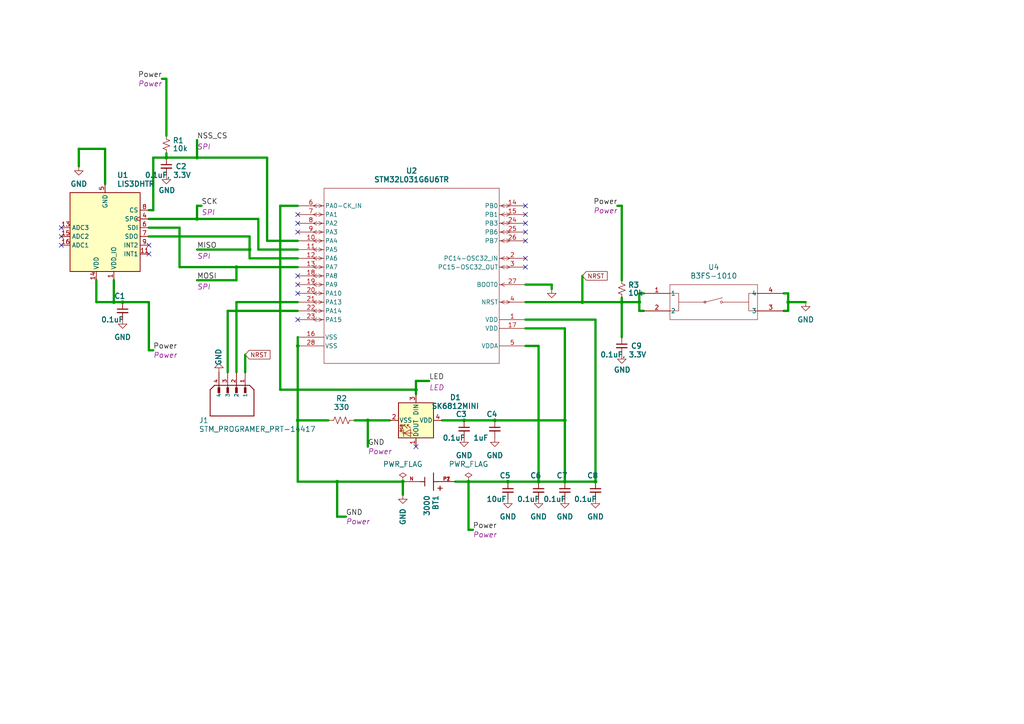
<source format=kicad_sch>
(kicad_sch (version 20250114) (generator "eeschema") (generator_version "9.0")
  (paper "A4")
  (title_block (title "Smart Fragrance") (date "2025-07-11") (rev "Rev 1") (company "N-Well Labs\n\n"))
  (lib_symbols
    (symbol "Device:C_Small" (pin_numbers (hide yes)) (pin_names (offset 0.254) (hide yes))
      (property "Reference" "C" (at 0.254 1.778 0))
      (property "Value" "C_Small" (at 0.254 -2.032 0))
      (symbol "C_Small_0_1"
        (polyline (pts (xy -1.524 0.508) (xy 1.524 0.508)) (stroke (width 0.3048)))
        (polyline (pts (xy -1.524 -0.508) (xy 1.524 -0.508)) (stroke (width 0.3302)))
      )
      (symbol "C_Small_1_1"
        (pin passive line (at 0 2.54 270) (length 2.032) (name "~") (number "1"))
        (pin passive line (at 0 -2.54 90) (length 2.032) (name "~") (number "2"))
      )
    )
    (symbol "Device:R_Small_US" (pin_numbers (hide yes)) (pin_names (offset 0.254) (hide yes))
      (property "Reference" "R" (at 0.762 0.508 0))
      (property "Value" "R_Small_US" (at 0.762 -1.016 0))
      (symbol "R_Small_US_1_1"
        (polyline (pts (xy 0 1.524) (xy 1.016 1.143) (xy 0 0.762) (xy -1.016 0.381) (xy 0 0)))
        (polyline (pts (xy 0 0) (xy 1.016 -0.381) (xy 0 -0.762) (xy -1.016 -1.143) (xy 0 -1.524)))
        (pin passive line (at 0 2.54 270) (length 1.016) (name "~") (number "1"))
        (pin passive line (at 0 -2.54 90) (length 1.016) (name "~") (number "2"))
      )
    )
    (symbol "Device:R_US" (pin_numbers (hide yes)) (pin_names (offset 0))
      (property "Reference" "R" (at 2.54 0 90))
      (property "Value" "R_US" (at -2.54 0 90))
      (symbol "R_US_0_1"
        (polyline (pts (xy 0 2.286) (xy 0 2.54)))
        (polyline (pts (xy 0 2.286) (xy 1.016 1.905) (xy 0 1.524) (xy -1.016 1.143) (xy 0 0.762)))
        (polyline (pts (xy 0 0.762) (xy 1.016 0.381) (xy 0 0) (xy -1.016 -0.381) (xy 0 -0.762)))
        (polyline (pts (xy 0 -0.762) (xy 1.016 -1.143) (xy 0 -1.524) (xy -1.016 -1.905) (xy 0 -2.286)))
        (polyline (pts (xy 0 -2.286) (xy 0 -2.54)))
      )
      (symbol "R_US_1_1"
        (pin passive line (at 0 3.81 270) (length 1.27) (name "~") (number "1"))
        (pin passive line (at 0 -3.81 90) (length 1.27) (name "~") (number "2"))
      )
    )
    (symbol "LED:SK6812MINI" (pin_names (offset 0.254))
      (property "Reference" "D" (at 5.08 5.715 0))
      (property "Value" "SK6812MINI" (at 1.27 -5.715 0))
      (symbol "SK6812MINI_0_0"
        (text "RGB" (at 2.286 -4.191 0) (effects (font (size 0.762 0.762))))
      )
      (symbol "SK6812MINI_0_1"
        (polyline (pts (xy 1.27 -2.54) (xy 1.778 -2.54)))
        (polyline (pts (xy 1.27 -3.556) (xy 1.778 -3.556)))
        (polyline (pts (xy 2.286 -1.524) (xy 1.27 -2.54) (xy 1.27 -2.032)))
        (polyline (pts (xy 2.286 -2.54) (xy 1.27 -3.556) (xy 1.27 -3.048)))
        (polyline (pts (xy 3.683 -1.016) (xy 3.683 -3.556) (xy 3.683 -4.064)))
        (polyline (pts (xy 4.699 -1.524) (xy 2.667 -1.524) (xy 3.683 -3.556) (xy 4.699 -1.524)))
        (polyline (pts (xy 4.699 -3.556) (xy 2.667 -3.556)))
        (rectangle (start 5.08 5.08) (end -5.08 -5.08) (stroke (width 0.254)) (fill (type background)))
      )
      (symbol "SK6812MINI_1_1"
        (pin input line (at -7.62 0 0) (length 2.54) (name "DIN") (number "3"))
        (pin power_in line (at 0 7.62 270) (length 2.54) (name "VDD") (number "4"))
        (pin power_in line (at 0 -7.62 90) (length 2.54) (name "VSS") (number "2"))
        (pin output line (at 7.62 0 180) (length 2.54) (name "DOUT") (number "1"))
      )
    )
    (symbol "Sensor_Motion:LIS3DH"
      (property "Reference" "U" (at -7.62 11.43 0))
      (property "Value" "LIS3DH" (at 6.35 11.43 0))
      (symbol "LIS3DH_0_1"
        (rectangle (start -10.16 10.16) (end 10.16 -12.7) (stroke (width 0.254)) (fill (type background)))
      )
      (symbol "LIS3DH_1_1"
        (pin output line (at -12.7 5.08 0) (length 2.54) (name "INT1") (number "11"))
        (pin output line (at -12.7 2.54 0) (length 2.54) (name "INT2") (number "9"))
        (pin output line (at -12.7 0 0) (length 2.54) (name "SDO") (number "7"))
        (pin input line (at -12.7 -2.54 0) (length 2.54) (name "SDI") (number "6"))
        (pin input clock (at -12.7 -5.08 0) (length 2.54) (name "SPC") (number "4"))
        (pin input line (at -12.7 -7.62 0) (length 2.54) (name "CS") (number "8"))
        (pin power_in line (at -2.54 12.7 270) (length 2.54) (name "VDD_IO") (number "1"))
        (pin passive line (at 0 -15.24 90) (length 2.54) (hide yes) (name "GND") (number "10"))
        (pin passive line (at 0 -15.24 90) (length 2.54) (hide yes) (name "GND") (number "12"))
        (pin power_in line (at 0 -15.24 90) (length 2.54) (name "GND") (number "5"))
        (pin power_in line (at 2.54 12.7 270) (length 2.54) (name "VDD") (number "14"))
        (pin no_connect line (at 10.16 7.62 180) (length 2.54) (hide yes) (name "NC") (number "3"))
        (pin no_connect line (at 10.16 5.08 180) (length 2.54) (hide yes) (name "NC") (number "2"))
        (pin input line (at 12.7 2.54 180) (length 2.54) (name "ADC1") (number "16"))
        (pin input line (at 12.7 0 180) (length 2.54) (name "ADC2") (number "15"))
        (pin input line (at 12.7 -2.54 180) (length 2.54) (name "ADC3") (number "13"))
      )
    )
    (symbol "majed-symbols:3000" (pin_names (offset 1.016))
      (property "Reference" "BT1" (at -0.635 7.62 0))
      (property "Value" "3000" (at -0.635 5.08 0))
      (symbol "3000_0_0"
        (polyline (pts (xy -3.81 1.905) (xy -2.54 1.905)) (stroke (width 0.254)))
        (polyline (pts (xy -3.175 2.54) (xy -3.175 1.27)) (stroke (width 0.254)))
        (polyline (pts (xy -1.27 2.54) (xy -1.27 -2.54)) (stroke (width 0.254)))
        (polyline (pts (xy -1.27 0) (xy -2.54 0)) (stroke (width 0.254)))
        (polyline (pts (xy 1.27 1.27) (xy 1.27 -1.27)) (stroke (width 0.254)))
        (polyline (pts (xy 1.27 0) (xy 2.54 0)) (stroke (width 0.254)))
        (pin passive line (at -7.62 0 0) (length 5.08) (name "~") (number "P1"))
        (pin passive line (at -7.62 0 0) (length 5.08) (name "~") (number "P2"))
        (pin passive line (at 7.62 0 180) (length 5.08) (name "~") (number "N"))
      )
    )
    (symbol "majed-symbols:B3FS-1010" (pin_names (offset 0.254))
      (property "Reference" "U3" (at 20.32 7.62 0))
      (property "Value" "B3FS-1010" (at 20.32 5.08 0))
      (symbol "B3FS-1010_0_1"
        (polyline (pts (xy 7.62 2.54) (xy 7.62 -7.62)) (stroke (width 0.127)))
        (polyline (pts (xy 7.62 0) (xy 10.16 0)) (stroke (width 0.127)))
        (polyline (pts (xy 7.62 -7.62) (xy 33.02 -7.62)) (stroke (width 0.127)))
        (polyline (pts (xy 10.16 0) (xy 10.16 -5.08)) (stroke (width 0.127)))
        (polyline (pts (xy 10.16 -2.54) (xy 17.78 -2.54)) (stroke (width 0.127)))
        (polyline (pts (xy 10.16 -5.08) (xy 7.62 -5.08)) (stroke (width 0.127)))
        (polyline (pts (xy 17.78 -2.54) (xy 22.86 -1.27)) (stroke (width 0.127)))
        (circle (center 17.78 -2.54) (radius 0.3048) (stroke (width 0.127)))
        (circle (center 22.5425 -2.54) (radius 0.3048) (stroke (width 0.127)))
        (polyline (pts (xy 22.86 -2.54) (xy 30.48 -2.54)) (stroke (width 0.127)))
        (polyline (pts (xy 30.48 0) (xy 30.48 -5.08)) (stroke (width 0.127)))
        (polyline (pts (xy 30.48 -5.08) (xy 33.02 -5.08)) (stroke (width 0.127)))
        (polyline (pts (xy 33.02 2.54) (xy 7.62 2.54)) (stroke (width 0.127)))
        (polyline (pts (xy 33.02 0) (xy 30.48 0)) (stroke (width 0.127)))
        (polyline (pts (xy 33.02 -7.62) (xy 33.02 2.54)) (stroke (width 0.127)))
      )
      (symbol "B3FS-1010_1_1"
        (pin passive line (at 0 0 0) (length 7.62) (name "1") (number "1"))
        (pin passive line (at 0 -5.08 0) (length 7.62) (name "2") (number "2"))
        (pin passive line (at 40.64 0 180) (length 7.62) (name "4") (number "4"))
        (pin passive line (at 40.64 -5.08 180) (length 7.62) (name "3") (number "3"))
      )
    )
    (symbol "majed-symbols:STM32L031G6U6TR" (pin_names (offset 0.254))
      (property "Reference" "U1" (at 33.02 10.16 0))
      (property "Value" "STM32L031G6U6TR" (at 33.02 7.62 0))
      (symbol "STM32L031G6U6TR_0_1"
        (polyline (pts (xy 5.5372 0.5207) (xy 4.4958 0)) (stroke (width 0.127)))
        (polyline (pts (xy 5.5372 -0.5207) (xy 4.4958 0)) (stroke (width 0.127)))
        (polyline (pts (xy 5.5372 -2.0193) (xy 4.4958 -2.54)) (stroke (width 0.127)))
        (polyline (pts (xy 5.5372 -3.0607) (xy 4.4958 -2.54)) (stroke (width 0.127)))
        (polyline (pts (xy 5.5372 -4.5593) (xy 4.4958 -5.08)) (stroke (width 0.127)))
        (polyline (pts (xy 5.5372 -5.6007) (xy 4.4958 -5.08)) (stroke (width 0.127)))
        (polyline (pts (xy 5.5372 -7.0993) (xy 4.4958 -7.62)) (stroke (width 0.127)))
        (polyline (pts (xy 5.5372 -8.1407) (xy 4.4958 -7.62)) (stroke (width 0.127)))
        (polyline (pts (xy 5.5372 -9.6393) (xy 4.4958 -10.16)) (stroke (width 0.127)))
        (polyline (pts (xy 5.5372 -10.6807) (xy 4.4958 -10.16)) (stroke (width 0.127)))
        (polyline (pts (xy 5.5372 -12.1793) (xy 4.4958 -12.7)) (stroke (width 0.127)))
        (polyline (pts (xy 5.5372 -13.2207) (xy 4.4958 -12.7)) (stroke (width 0.127)))
        (polyline (pts (xy 5.5372 -14.7193) (xy 4.4958 -15.24)) (stroke (width 0.127)))
        (polyline (pts (xy 5.5372 -15.7607) (xy 4.4958 -15.24)) (stroke (width 0.127)))
        (polyline (pts (xy 5.5372 -17.2593) (xy 4.4958 -17.78)) (stroke (width 0.127)))
        (polyline (pts (xy 5.5372 -18.3007) (xy 4.4958 -17.78)) (stroke (width 0.127)))
        (polyline (pts (xy 5.5372 -19.7993) (xy 4.4958 -20.32)) (stroke (width 0.127)))
        (polyline (pts (xy 5.5372 -20.8407) (xy 4.4958 -20.32)) (stroke (width 0.127)))
        (polyline (pts (xy 5.5372 -22.3393) (xy 4.4958 -22.86)) (stroke (width 0.127)))
        (polyline (pts (xy 5.5372 -23.3807) (xy 4.4958 -22.86)) (stroke (width 0.127)))
        (polyline (pts (xy 5.5372 -24.8793) (xy 4.4958 -25.4)) (stroke (width 0.127)))
        (polyline (pts (xy 5.5372 -25.9207) (xy 4.4958 -25.4)) (stroke (width 0.127)))
        (polyline (pts (xy 5.5372 -27.4193) (xy 4.4958 -27.94)) (stroke (width 0.127)))
        (polyline (pts (xy 5.5372 -28.4607) (xy 4.4958 -27.94)) (stroke (width 0.127)))
        (polyline (pts (xy 5.5372 -29.9593) (xy 4.4958 -30.48)) (stroke (width 0.127)))
        (polyline (pts (xy 5.5372 -31.0007) (xy 4.4958 -30.48)) (stroke (width 0.127)))
        (polyline (pts (xy 5.5372 -32.4993) (xy 4.4958 -33.02)) (stroke (width 0.127)))
        (polyline (pts (xy 5.5372 -33.5407) (xy 4.4958 -33.02)) (stroke (width 0.127)))
        (polyline (pts (xy 7.0993 0) (xy 6.0579 0.5207)) (stroke (width 0.127)))
        (polyline (pts (xy 7.0993 0) (xy 6.0579 -0.5207)) (stroke (width 0.127)))
        (polyline (pts (xy 7.0993 -2.54) (xy 6.0579 -2.0193)) (stroke (width 0.127)))
        (polyline (pts (xy 7.0993 -2.54) (xy 6.0579 -3.0607)) (stroke (width 0.127)))
        (polyline (pts (xy 7.0993 -5.08) (xy 6.0579 -4.5593)) (stroke (width 0.127)))
        (polyline (pts (xy 7.0993 -5.08) (xy 6.0579 -5.6007)) (stroke (width 0.127)))
        (polyline (pts (xy 7.0993 -7.62) (xy 6.0579 -7.0993)) (stroke (width 0.127)))
        (polyline (pts (xy 7.0993 -7.62) (xy 6.0579 -8.1407)) (stroke (width 0.127)))
        (polyline (pts (xy 7.0993 -10.16) (xy 6.0579 -9.6393)) (stroke (width 0.127)))
        (polyline (pts (xy 7.0993 -10.16) (xy 6.0579 -10.6807)) (stroke (width 0.127)))
        (polyline (pts (xy 7.0993 -12.7) (xy 6.0579 -12.1793)) (stroke (width 0.127)))
        (polyline (pts (xy 7.0993 -12.7) (xy 6.0579 -13.2207)) (stroke (width 0.127)))
        (polyline (pts (xy 7.0993 -15.24) (xy 6.0579 -14.7193)) (stroke (width 0.127)))
        (polyline (pts (xy 7.0993 -15.24) (xy 6.0579 -15.7607)) (stroke (width 0.127)))
        (polyline (pts (xy 7.0993 -17.78) (xy 6.0579 -17.2593)) (stroke (width 0.127)))
        (polyline (pts (xy 7.0993 -17.78) (xy 6.0579 -18.3007)) (stroke (width 0.127)))
        (polyline (pts (xy 7.0993 -20.32) (xy 6.0579 -19.7993)) (stroke (width 0.127)))
        (polyline (pts (xy 7.0993 -20.32) (xy 6.0579 -20.8407)) (stroke (width 0.127)))
        (polyline (pts (xy 7.0993 -22.86) (xy 6.0579 -22.3393)) (stroke (width 0.127)))
        (polyline (pts (xy 7.0993 -22.86) (xy 6.0579 -23.3807)) (stroke (width 0.127)))
        (polyline (pts (xy 7.0993 -25.4) (xy 6.0579 -24.8793)) (stroke (width 0.127)))
        (polyline (pts (xy 7.0993 -25.4) (xy 6.0579 -25.9207)) (stroke (width 0.127)))
        (polyline (pts (xy 7.0993 -27.94) (xy 6.0579 -27.4193)) (stroke (width 0.127)))
        (polyline (pts (xy 7.0993 -27.94) (xy 6.0579 -28.4607)) (stroke (width 0.127)))
        (polyline (pts (xy 7.0993 -30.48) (xy 6.0579 -29.9593)) (stroke (width 0.127)))
        (polyline (pts (xy 7.0993 -30.48) (xy 6.0579 -31.0007)) (stroke (width 0.127)))
        (polyline (pts (xy 7.0993 -33.02) (xy 6.0579 -32.4993)) (stroke (width 0.127)))
        (polyline (pts (xy 7.0993 -33.02) (xy 6.0579 -33.5407)) (stroke (width 0.127)))
        (polyline (pts (xy 7.62 5.08) (xy 7.62 -45.72)) (stroke (width 0.127)))
        (polyline (pts (xy 7.62 -45.72) (xy 58.42 -45.72)) (stroke (width 0.127)))
        (polyline (pts (xy 58.42 5.08) (xy 7.62 5.08)) (stroke (width 0.127)))
        (polyline (pts (xy 58.42 -45.72) (xy 58.42 5.08)) (stroke (width 0.127)))
        (polyline (pts (xy 58.9407 0) (xy 59.9821 0.5207)) (stroke (width 0.127)))
        (polyline (pts (xy 58.9407 0) (xy 59.9821 -0.5207)) (stroke (width 0.127)))
        (polyline (pts (xy 58.9407 -2.54) (xy 59.9821 -2.0193)) (stroke (width 0.127)))
        (polyline (pts (xy 58.9407 -2.54) (xy 59.9821 -3.0607)) (stroke (width 0.127)))
        (polyline (pts (xy 58.9407 -5.08) (xy 59.9821 -4.5593)) (stroke (width 0.127)))
        (polyline (pts (xy 58.9407 -5.08) (xy 59.9821 -5.6007)) (stroke (width 0.127)))
        (polyline (pts (xy 58.9407 -7.62) (xy 59.9821 -7.0993)) (stroke (width 0.127)))
        (polyline (pts (xy 58.9407 -7.62) (xy 59.9821 -8.1407)) (stroke (width 0.127)))
        (polyline (pts (xy 58.9407 -10.16) (xy 59.9821 -9.6393)) (stroke (width 0.127)))
        (polyline (pts (xy 58.9407 -10.16) (xy 59.9821 -10.6807)) (stroke (width 0.127)))
        (polyline (pts (xy 58.9407 -15.24) (xy 59.9821 -14.7193)) (stroke (width 0.127)))
        (polyline (pts (xy 58.9407 -15.24) (xy 59.9821 -15.7607)) (stroke (width 0.127)))
        (polyline (pts (xy 58.9407 -17.78) (xy 59.9821 -17.2593)) (stroke (width 0.127)))
        (polyline (pts (xy 58.9407 -17.78) (xy 59.9821 -18.3007)) (stroke (width 0.127)))
        (polyline (pts (xy 58.9407 -22.86) (xy 59.9821 -22.3393)) (stroke (width 0.127)))
        (polyline (pts (xy 58.9407 -22.86) (xy 59.9821 -23.3807)) (stroke (width 0.127)))
        (polyline (pts (xy 58.9407 -27.94) (xy 59.9821 -27.4193)) (stroke (width 0.127)))
        (polyline (pts (xy 58.9407 -27.94) (xy 59.9821 -28.4607)) (stroke (width 0.127)))
        (polyline (pts (xy 60.5028 0.5207) (xy 61.5442 0)) (stroke (width 0.127)))
        (polyline (pts (xy 60.5028 -0.5207) (xy 61.5442 0)) (stroke (width 0.127)))
        (polyline (pts (xy 60.5028 -2.0193) (xy 61.5442 -2.54)) (stroke (width 0.127)))
        (polyline (pts (xy 60.5028 -3.0607) (xy 61.5442 -2.54)) (stroke (width 0.127)))
        (polyline (pts (xy 60.5028 -4.5593) (xy 61.5442 -5.08)) (stroke (width 0.127)))
        (polyline (pts (xy 60.5028 -5.6007) (xy 61.5442 -5.08)) (stroke (width 0.127)))
        (polyline (pts (xy 60.5028 -7.0993) (xy 61.5442 -7.62)) (stroke (width 0.127)))
        (polyline (pts (xy 60.5028 -8.1407) (xy 61.5442 -7.62)) (stroke (width 0.127)))
        (polyline (pts (xy 60.5028 -9.6393) (xy 61.5442 -10.16)) (stroke (width 0.127)))
        (polyline (pts (xy 60.5028 -10.6807) (xy 61.5442 -10.16)) (stroke (width 0.127)))
        (polyline (pts (xy 60.5028 -14.7193) (xy 61.5442 -15.24)) (stroke (width 0.127)))
        (polyline (pts (xy 60.5028 -15.7607) (xy 61.5442 -15.24)) (stroke (width 0.127)))
        (polyline (pts (xy 60.5028 -17.2593) (xy 61.5442 -17.78)) (stroke (width 0.127)))
        (polyline (pts (xy 60.5028 -18.3007) (xy 61.5442 -17.78)) (stroke (width 0.127)))
        (polyline (pts (xy 60.5028 -27.4193) (xy 61.5442 -27.94)) (stroke (width 0.127)))
        (polyline (pts (xy 60.5028 -28.4607) (xy 61.5442 -27.94)) (stroke (width 0.127)))
        (pin bidirectional line (at 0 0 0) (length 7.62) (name "PA0-CK_IN") (number "6"))
        (pin bidirectional line (at 0 -2.54 0) (length 7.62) (name "PA1") (number "7"))
        (pin bidirectional line (at 0 -5.08 0) (length 7.62) (name "PA2") (number "8"))
        (pin bidirectional line (at 0 -7.62 0) (length 7.62) (name "PA3") (number "9"))
        (pin bidirectional line (at 0 -10.16 0) (length 7.62) (name "PA4") (number "10"))
        (pin bidirectional line (at 0 -12.7 0) (length 7.62) (name "PA5") (number "11"))
        (pin bidirectional line (at 0 -15.24 0) (length 7.62) (name "PA6") (number "12"))
        (pin bidirectional line (at 0 -17.78 0) (length 7.62) (name "PA7") (number "13"))
        (pin bidirectional line (at 0 -20.32 0) (length 7.62) (name "PA8") (number "18"))
        (pin bidirectional line (at 0 -22.86 0) (length 7.62) (name "PA9") (number "19"))
        (pin bidirectional line (at 0 -25.4 0) (length 7.62) (name "PA10") (number "20"))
        (pin bidirectional line (at 0 -27.94 0) (length 7.62) (name "PA13") (number "21"))
        (pin bidirectional line (at 0 -30.48 0) (length 7.62) (name "PA14") (number "22"))
        (pin bidirectional line (at 0 -33.02 0) (length 7.62) (name "PA15") (number "23"))
        (pin power_in line (at 0 -38.1 0) (length 7.62) (name "VSS") (number "16"))
        (pin power_in line (at 0 -40.64 0) (length 7.62) (name "VSS") (number "28"))
        (pin bidirectional line (at 66.04 0 180) (length 7.62) (name "PB0") (number "14"))
        (pin bidirectional line (at 66.04 -2.54 180) (length 7.62) (name "PB1") (number "15"))
        (pin bidirectional line (at 66.04 -5.08 180) (length 7.62) (name "PB3") (number "24"))
        (pin bidirectional line (at 66.04 -7.62 180) (length 7.62) (name "PB6") (number "25"))
        (pin bidirectional line (at 66.04 -10.16 180) (length 7.62) (name "PB7") (number "26"))
        (pin bidirectional line (at 66.04 -15.24 180) (length 7.62) (name "PC14-OSC32_IN") (number "2"))
        (pin bidirectional line (at 66.04 -17.78 180) (length 7.62) (name "PC15-OSC32_OUT") (number "3"))
        (pin input line (at 66.04 -22.86 180) (length 7.62) (name "BOOT0") (number "27"))
        (pin bidirectional line (at 66.04 -27.94 180) (length 7.62) (name "NRST") (number "4"))
        (pin power_in line (at 66.04 -33.02 180) (length 7.62) (name "VDD") (number "1"))
        (pin power_in line (at 66.04 -35.56 180) (length 7.62) (name "VDD") (number "17"))
        (pin power_in line (at 66.04 -40.64 180) (length 7.62) (name "VDDA") (number "5"))
      )
    )
    (symbol "majed-symbols:STM_PROGRAMER_PRT-14417" (pin_names (offset 1.016))
      (property "Reference" "J2" (at 6.35 2.5401 0))
      (property "Value" "STM_PROGRAMER_PRT-14417" (at 6.35 0.0001 0))
      (symbol "STM_PROGRAMER_PRT-14417_0_0"
        (polyline (pts (xy -3.81 6.35) (xy -3.81 -3.81)) (stroke (width 0.254)))
        (polyline (pts (xy -3.81 6.35) (xy -2.54 7.62)) (stroke (width 0.254)))
        (polyline (pts (xy -3.81 -3.81) (xy -2.54 -5.08)) (stroke (width 0.254)))
        (rectangle (start -3.175 4.7625) (end -1.5875 5.3975) (stroke (width 0.1)) (fill (type outline)))
        (rectangle (start -3.175 2.2225) (end -1.5875 2.8575) (stroke (width 0.1)) (fill (type outline)))
        (rectangle (start -3.175 -0.3175) (end -1.5875 0.3175) (stroke (width 0.1)) (fill (type outline)))
        (rectangle (start -3.175 -2.8575) (end -1.5875 -2.2225) (stroke (width 0.1)) (fill (type outline)))
        (polyline (pts (xy -2.54 -5.08) (xy 5.08 -5.08)) (stroke (width 0.254)))
        (polyline (pts (xy 5.08 7.62) (xy -2.54 7.62)) (stroke (width 0.254)))
        (polyline (pts (xy 5.08 -5.08) (xy 5.08 7.62)) (stroke (width 0.254)))
        (pin passive line (at -7.62 5.08 0) (length 5.08) (name "1") (number "1"))
        (pin passive line (at -7.62 2.54 0) (length 5.08) (name "2") (number "2"))
        (pin passive line (at -7.62 0 0) (length 5.08) (name "3") (number "3"))
        (pin passive line (at -7.62 -2.54 0) (length 5.08) (name "4") (number "4"))
      )
    )
    (symbol "power:GND" (power) (pin_numbers (hide yes)) (pin_names (offset 0) (hide yes))
      (property "Value" "GND" (at 0 -3.81 0))
      (symbol "GND_0_1"
        (polyline (pts (xy 0 0) (xy 0 -1.27) (xy 1.27 -1.27) (xy 0 -2.54) (xy -1.27 -1.27) (xy 0 -1.27)))
      )
      (symbol "GND_1_1"
        (pin power_in line (at 0 0 270) (length 0) (name "~") (number "1"))
      )
    )
    (symbol "power:PWR_FLAG" (power) (pin_numbers (hide yes)) (pin_names (offset 0) (hide yes))
      (property "Value" "PWR_FLAG" (at 0 3.81 0))
      (symbol "PWR_FLAG_0_0"
        (pin power_out line (at 0 0 90) (length 0) (name "~") (number "1"))
      )
      (symbol "PWR_FLAG_0_1"
        (polyline (pts (xy 0 0) (xy 0 1.27) (xy -1.016 1.905) (xy 0 2.54) (xy 1.016 1.905) (xy 0 1.27)))
      )
    )
  )
  (junction (at 147.32 139.7))
  (junction (at 57.15 63.5))
  (junction (at 86.36 100.33))
  (junction (at 72.39 72.39))
  (junction (at 68.58 77.47))
  (junction (at 185.42 87.63))
  (junction (at 57.15 45.72))
  (junction (at 134.62 121.92))
  (junction (at 135.89 139.7))
  (junction (at 172.72 139.7))
  (junction (at 228.6 87.63))
  (junction (at 120.65 113.03))
  (junction (at 143.51 121.92))
  (junction (at 116.84 139.7))
  (junction (at 163.83 121.92))
  (junction (at 33.02 87.63))
  (junction (at 48.26 45.72))
  (junction (at 86.36 121.92))
  (junction (at 180.34 87.63))
  (junction (at 97.79 139.7))
  (junction (at 163.83 139.7))
  (junction (at 106.68 121.92))
  (junction (at 168.91 87.63))
  (junction (at 35.56 87.63))
  (junction (at 156.21 139.7))
  (no_connect (at 86.36 67.31))
  (no_connect (at 152.4 62.23))
  (no_connect (at 120.65 129.54))
  (no_connect (at 152.4 59.69))
  (no_connect (at 17.78 66.04))
  (no_connect (at 43.18 71.12))
  (no_connect (at 86.36 85.09))
  (no_connect (at 152.4 64.77))
  (no_connect (at 86.36 92.71))
  (no_connect (at 152.4 74.93))
  (no_connect (at 152.4 77.47))
  (no_connect (at 17.78 68.58))
  (no_connect (at 86.36 64.77))
  (no_connect (at 86.36 62.23))
  (no_connect (at 152.4 67.31))
  (no_connect (at 86.36 80.01))
  (no_connect (at 152.4 69.85))
  (no_connect (at 43.18 73.66))
  (no_connect (at 17.78 71.12))
  (no_connect (at 86.36 82.55))
  (wire (pts (xy 120.65 113.03) (xy 120.65 114.3)) (stroke (width 0.6604)))
  (wire (pts (xy 52.07 66.04) (xy 52.07 77.47)) (stroke (width 0.6604)))
  (wire (pts (xy 128.27 121.92) (xy 134.62 121.92)) (stroke (width 0.6604)))
  (wire (pts (xy 86.36 121.92) (xy 86.36 139.7)) (stroke (width 0.6604)))
  (wire (pts (xy 68.58 107.95) (xy 68.58 87.63)) (stroke (width 0.6604)))
  (wire (pts (xy 74.93 63.5) (xy 74.93 72.39)) (stroke (width 0.6604)))
  (wire (pts (xy 95.25 121.92) (xy 86.36 121.92)) (stroke (width 0.6604)))
  (wire (pts (xy 66.04 90.17) (xy 66.04 107.95)) (stroke (width 0.6604)))
  (wire (pts (xy 156.21 100.33) (xy 152.4 100.33)) (stroke (width 0.6604)))
  (wire (pts (xy 137.16 153.67) (xy 135.89 153.67)) (stroke (width 0.6604)))
  (wire (pts (xy 86.36 139.7) (xy 97.79 139.7)) (stroke (width 0.6604)))
  (wire (pts (xy 168.91 80.01) (xy 168.91 87.63)) (stroke (width 0.6604)))
  (wire (pts (xy 86.36 97.79) (xy 86.36 100.33)) (stroke (width 0.6604)))
  (wire (pts (xy 57.15 63.5) (xy 74.93 63.5)) (stroke (width 0.6604)))
  (wire (pts (xy 72.39 68.58) (xy 72.39 72.39)) (stroke (width 0.6604)))
  (wire (pts (xy 72.39 72.39) (xy 72.39 74.93)) (stroke (width 0.6604)))
  (wire (pts (xy 48.26 44.45) (xy 48.26 45.72)) (stroke (width 0.6604)))
  (wire (pts (xy 27.94 81.28) (xy 27.94 87.63)) (stroke (width 0.6604)))
  (wire (pts (xy 135.89 153.67) (xy 135.89 139.7)) (stroke (width 0.6604)))
  (wire (pts (xy 135.89 139.7) (xy 147.32 139.7)) (stroke (width 0.6604)))
  (wire (pts (xy 30.48 43.18) (xy 30.48 53.34)) (stroke (width 0.6604)))
  (wire (pts (xy 77.47 45.72) (xy 77.47 69.85)) (stroke (width 0.6604)))
  (wire (pts (xy 86.36 100.33) (xy 86.36 121.92)) (stroke (width 0.6604)))
  (wire (pts (xy 46.99 22.86) (xy 48.26 22.86)) (stroke (width 0.6604)))
  (wire (pts (xy 43.18 60.96) (xy 44.45 60.96)) (stroke (width 0.6604)))
  (wire (pts (xy 68.58 87.63) (xy 86.36 87.63)) (stroke (width 0.6604)))
  (wire (pts (xy 57.15 45.72) (xy 77.47 45.72)) (stroke (width 0.6604)))
  (wire (pts (xy 43.18 101.6) (xy 43.18 87.63)) (stroke (width 0.6604)))
  (wire (pts (xy 124.46 110.49) (xy 120.65 110.49)) (stroke (width 0.6604)))
  (wire (pts (xy 152.4 95.25) (xy 163.83 95.25)) (stroke (width 0.6604)))
  (wire (pts (xy 22.86 48.26) (xy 22.86 43.18)) (stroke (width 0.6604)))
  (wire (pts (xy 57.15 81.28) (xy 68.58 81.28)) (stroke (width 0.6604)))
  (wire (pts (xy 68.58 77.47) (xy 86.36 77.47)) (stroke (width 0.6604)))
  (wire (pts (xy 172.72 92.71) (xy 172.72 139.7)) (stroke (width 0.6604)))
  (wire (pts (xy 68.58 81.28) (xy 68.58 77.47)) (stroke (width 0.6604)))
  (wire (pts (xy 163.83 139.7) (xy 172.72 139.7)) (stroke (width 0.6604)))
  (wire (pts (xy 27.94 87.63) (xy 33.02 87.63)) (stroke (width 0.6604)))
  (wire (pts (xy 97.79 139.7) (xy 116.84 139.7)) (stroke (width 0.6604)))
  (wire (pts (xy 228.6 87.63) (xy 228.6 85.09)) (stroke (width 0.6604)))
  (wire (pts (xy 100.33 149.86) (xy 97.79 149.86)) (stroke (width 0.6604)))
  (wire (pts (xy 52.07 77.47) (xy 68.58 77.47)) (stroke (width 0.6604)))
  (wire (pts (xy 33.02 81.28) (xy 33.02 87.63)) (stroke (width 0.6604)))
  (wire (pts (xy 120.65 113.03) (xy 81.28 113.03)) (stroke (width 0.6604)))
  (wire (pts (xy 156.21 100.33) (xy 156.21 139.7)) (stroke (width 0.6604)))
  (wire (pts (xy 180.34 86.36) (xy 180.34 87.63)) (stroke (width 0.6604)))
  (wire (pts (xy 172.72 92.71) (xy 152.4 92.71)) (stroke (width 0.6604)))
  (wire (pts (xy 160.02 83.82) (xy 160.02 82.55)) (stroke (width 0.6604)))
  (wire (pts (xy 43.18 63.5) (xy 57.15 63.5)) (stroke (width 0.6604)))
  (wire (pts (xy 22.86 43.18) (xy 30.48 43.18)) (stroke (width 0.6604)))
  (wire (pts (xy 180.34 87.63) (xy 185.42 87.63)) (stroke (width 0.6604)))
  (wire (pts (xy 48.26 22.86) (xy 48.26 39.37)) (stroke (width 0.6604)))
  (wire (pts (xy 44.45 101.6) (xy 43.18 101.6)) (stroke (width 0.6604)))
  (wire (pts (xy 185.42 87.63) (xy 185.42 90.17)) (stroke (width 0.6604)))
  (wire (pts (xy 44.45 45.72) (xy 44.45 60.96)) (stroke (width 0.6604)))
  (wire (pts (xy 186.69 85.09) (xy 185.42 85.09)) (stroke (width 0.6604)))
  (wire (pts (xy 163.83 95.25) (xy 163.83 121.92)) (stroke (width 0.6604)))
  (wire (pts (xy 43.18 68.58) (xy 72.39 68.58)) (stroke (width 0.6604)))
  (wire (pts (xy 81.28 113.03) (xy 81.28 59.69)) (stroke (width 0.6604)))
  (wire (pts (xy 185.42 90.17) (xy 186.69 90.17)) (stroke (width 0.6604)))
  (wire (pts (xy 48.26 45.72) (xy 44.45 45.72)) (stroke (width 0.6604)))
  (wire (pts (xy 120.65 110.49) (xy 120.65 113.03)) (stroke (width 0.6604)))
  (wire (pts (xy 116.84 143.51) (xy 116.84 139.7)) (stroke (width 0.6604)))
  (wire (pts (xy 35.56 87.63) (xy 43.18 87.63)) (stroke (width 0.6604)))
  (wire (pts (xy 57.15 40.64) (xy 57.15 45.72)) (stroke (width 0.6604)))
  (wire (pts (xy 66.04 90.17) (xy 86.36 90.17)) (stroke (width 0.6604)))
  (wire (pts (xy 97.79 139.7) (xy 97.79 149.86)) (stroke (width 0.6604)))
  (wire (pts (xy 227.33 90.17) (xy 228.6 90.17)) (stroke (width 0.6604)))
  (wire (pts (xy 160.02 82.55) (xy 152.4 82.55)) (stroke (width 0.6604)))
  (wire (pts (xy 58.42 59.69) (xy 57.15 59.69)) (stroke (width 0.6604)))
  (wire (pts (xy 185.42 85.09) (xy 185.42 87.63)) (stroke (width 0.6604)))
  (wire (pts (xy 180.34 59.69) (xy 180.34 81.28)) (stroke (width 0.6604)))
  (wire (pts (xy 143.51 121.92) (xy 163.83 121.92)) (stroke (width 0.6604)))
  (wire (pts (xy 48.26 45.72) (xy 57.15 45.72)) (stroke (width 0.6604)))
  (wire (pts (xy 180.34 87.63) (xy 180.34 97.79)) (stroke (width 0.6604)))
  (wire (pts (xy 57.15 59.69) (xy 57.15 63.5)) (stroke (width 0.6604)))
  (wire (pts (xy 228.6 90.17) (xy 228.6 87.63)) (stroke (width 0.6604)))
  (wire (pts (xy 228.6 87.63) (xy 233.68 87.63)) (stroke (width 0.6604)))
  (wire (pts (xy 43.18 66.04) (xy 52.07 66.04)) (stroke (width 0.6604)))
  (wire (pts (xy 71.12 102.87) (xy 71.12 107.95)) (stroke (width 0.6604)))
  (wire (pts (xy 179.07 59.69) (xy 180.34 59.69)) (stroke (width 0.6604)))
  (wire (pts (xy 163.83 121.92) (xy 163.83 139.7)) (stroke (width 0.6604)))
  (wire (pts (xy 72.39 74.93) (xy 86.36 74.93)) (stroke (width 0.6604)))
  (wire (pts (xy 106.68 121.92) (xy 106.68 129.54)) (stroke (width 0.6604)))
  (wire (pts (xy 81.28 59.69) (xy 86.36 59.69)) (stroke (width 0.6604)))
  (wire (pts (xy 132.08 139.7) (xy 135.89 139.7)) (stroke (width 0.6604)))
  (wire (pts (xy 74.93 72.39) (xy 86.36 72.39)) (stroke (width 0.6604)))
  (wire (pts (xy 33.02 87.63) (xy 35.56 87.63)) (stroke (width 0.6604)))
  (wire (pts (xy 147.32 139.7) (xy 156.21 139.7)) (stroke (width 0.6604)))
  (wire (pts (xy 168.91 87.63) (xy 180.34 87.63)) (stroke (width 0.6604)))
  (wire (pts (xy 77.47 69.85) (xy 86.36 69.85)) (stroke (width 0.6604)))
  (wire (pts (xy 228.6 85.09) (xy 227.33 85.09)) (stroke (width 0.6604)))
  (wire (pts (xy 152.4 87.63) (xy 168.91 87.63)) (stroke (width 0.6604)))
  (wire (pts (xy 57.15 72.39) (xy 72.39 72.39)) (stroke (width 0.6604)))
  (wire (pts (xy 156.21 139.7) (xy 163.83 139.7)) (stroke (width 0.6604)))
  (wire (pts (xy 134.62 121.92) (xy 143.51 121.92)) (stroke (width 0.6604)))
  (wire (pts (xy 106.68 121.92) (xy 102.87 121.92)) (stroke (width 0.6604)))
  (wire (pts (xy 113.03 121.92) (xy 106.68 121.92)) (stroke (width 0.6604)))
  (label "Power" (at 137.16 153.67 0) (effects (font (size 1.524 1.524))) (property "Netclass" "Power" (at 137.16 155.067 0) (effects (font (size 1.524 1.524) (italic yes)) (justify left))))
  (label "Power" (at 179.07 59.69 180) (effects (font (size 1.524 1.524))) (property "Netclass" "Power" (at 179.07 61.087 0) (effects (font (size 1.524 1.524) (italic yes)) (justify right))))
  (label "GND" (at 100.33 149.86 0) (effects (font (size 1.524 1.524))) (property "Netclass" "Power" (at 100.33 151.257 0) (effects (font (size 1.524 1.524) (italic yes)) (justify left))))
  (label "Power" (at 44.45 101.6 0) (effects (font (size 1.524 1.524))) (property "Netclass" "Power" (at 44.45 102.997 0) (effects (font (size 1.524 1.524) (italic yes)) (justify left))))
  (label "MOSI" (at 57.15 81.28 0) (effects (font (size 1.524 1.524))) (property "Netclass" "SPI" (at 57.15 83.185 0) (effects (font (size 1.524 1.524) (italic yes)) (justify left))))
  (label "GND" (at 106.68 129.54 0) (effects (font (size 1.524 1.524))) (property "Netclass" "Power" (at 106.68 130.937 0) (effects (font (size 1.524 1.524) (italic yes)) (justify left))))
  (label "Power" (at 46.99 22.86 180) (effects (font (size 1.524 1.524))) (property "Netclass" "Power" (at 46.99 24.257 0) (effects (font (size 1.524 1.524) (italic yes)) (justify right))))
  (label "SCK" (at 58.42 59.69 0) (effects (font (size 1.524 1.524))) (property "Netclass" "SPI" (at 58.42 61.595 0) (effects (font (size 1.524 1.524) (italic yes)) (justify left))))
  (label "MISO" (at 57.15 72.39 0) (effects (font (size 1.524 1.524))) (property "Netclass" "SPI" (at 57.15 74.295 0) (effects (font (size 1.524 1.524) (italic yes)) (justify left))))
  (label "LED" (at 124.46 110.49 0) (effects (font (size 1.524 1.524))) (property "Netclass" "LED" (at 124.46 112.395 0) (effects (font (size 1.524 1.524) (italic yes)) (justify left))))
  (label "NSS_CS" (at 57.15 40.64 0) (effects (font (size 1.524 1.524))) (property "Netclass" "SPI" (at 57.15 42.545 0) (effects (font (size 1.524 1.524) (italic yes)) (justify left))))
  (global_label "NRST" (shape input) (at 168.91 80.01 0) (property "Intersheetrefs" "${INTERSHEET_REFS}" (effects (hide yes))))
  (global_label "NRST" (shape input) (at 71.12 102.87 0) (property "Intersheetrefs" "${INTERSHEET_REFS}" (effects (hide yes))))
  (symbol (lib_id "Device:C_Small") (at 180.34 100.33 0) (unit 1)
    (property "Reference" "C9" (at 182.88 100.33 0) (effects (font (size 1.524 1.524) (thickness 0.254) (bold yes)) (justify left)))
    (property "Value" "0.1uF, 3.3V" (at 173.99 102.87 0) (effects (font (size 1.524 1.524) (thickness 0.254) (bold yes)) (justify left)))
    (property "Footprint" "Capacitor_SMD:C_0402_1005Metric" (effects (hide yes)))
    (property "Datasheet" "https://www.yageo.com/upload/media/product/productsearch/datasheet/mlcc/UPY-GPHC_X7R_6.3V-to-250V_24.pdf" (effects (hide yes)))
    (property "Description" "CAP CER 0.1UF 25V X7R 0402" (effects (hide yes)))
    (property "P/N" "GRM155R71E104KE14J" (effects (hide yes)))
    (property "Mfg" "Murata Manufacturing Co Ltd" (effects (hide yes)))
    (property "Supplier P/N" "490-14603-1-ND" (effects (hide yes)))
    (property "Digikey" "311-2077-1-ND" (effects (hide yes)))
    (property "Manufacturer" "YAGEO" (effects (hide yes)))
    (property "Mfg part #" "CC0402KRX7R8BB104" (effects (hide yes)))
  )
  (symbol (lib_id "power:GND") (at 180.34 102.87 0) (unit 1)
    (property "Reference" "#PWR015" (effects (hide yes)))
    (property "Value" "GND" (at 180.467 107.2642 0) (effects (font (size 1.524 1.524) (thickness 0.254) (bold yes))))
  )
  (symbol (lib_id "Device:R_Small_US") (at 180.34 83.82 0) (unit 1)
    (property "Reference" "R3" (at 182.0672 82.6516 0) (effects (font (size 1.524 1.524) (thickness 0.254) (bold yes)) (justify left)))
    (property "Value" "10k" (at 182.0672 84.963 0) (effects (font (size 1.524 1.524) (thickness 0.254) (bold yes)) (justify left)))
    (property "Footprint" "Resistor_SMD:R_0402_1005Metric" (effects (hide yes)))
    (property "Datasheet" "https://www.yageo.com/upload/media/product/products/datasheet/rchip/PYu-RC_Group_51_RoHS_L_12.pdf" (effects (hide yes)))
    (property "Description" "RES 10K OHM 5% 1/16W 0402" (effects (hide yes)))
    (property "P/N" "RC0402FR-7W10KL" (effects (hide yes)))
    (property "Mfg" "YAGEO" (effects (hide yes)))
    (property "Supplier P/N" "13-RC0402FR-7W10KLCT-ND" (effects (hide yes)))
    (property "Digikey" "311-10KJRCT-ND" (effects (hide yes)))
    (property "Manufacturer" "  YAGEO" (effects (hide yes)))
    (property "Mfg part #" "RC0402JR-0710KL" (effects (hide yes)))
  )
  (symbol (lib_id "power:GND") (at 63.5 107.95 180) (unit 1)
    (property "Reference" "#PWR05" (effects (hide yes)))
    (property "Value" "GND" (at 63.373 103.5558 90) (effects (font (size 1.524 1.524) (thickness 0.254) (bold yes))))
  )
  (symbol (lib_id "power:GND") (at 143.51 127 0) (unit 1)
    (property "Reference" "#PWR08" (effects (hide yes)))
    (property "Value" "GND" (at 143.51 132.08 0) (effects (font (size 1.524 1.524) (thickness 0.254) (bold yes))))
    (property "Description" "Power symbol creates a global label with name \"GND\" , ground" (effects (hide yes)))
  )
  (symbol (lib_id "majed-symbols:STM32L031G6U6TR") (at 86.36 59.69 0) (unit 1)
    (property "Reference" "U2" (at 119.38 49.53 0) (effects (font (size 1.524 1.524) (thickness 0.3048) (bold yes))))
    (property "Value" "STM32L031G6U6TR" (at 119.38 52.07 0) (effects (font (size 1.524 1.524) (thickness 0.3048) (bold yes))))
    (property "Footprint" "Majed-footprints:UFQFPN28-4x4mm" (effects (hide yes)))
    (property "Datasheet" "https://www.st.com/resource/en/datasheet/stm32l031g4.pdf" (effects (hide yes)))
    (property "Description" "The brain of the system" (effects (hide yes)))
    (property "Digikey" "497-18805-2-ND" (effects (hide yes)))
    (property "Manufacturer" "STMicroelectronics" (effects (hide yes)))
    (property "Mfg part #" "STM32L031G6U6TR" (effects (hide yes)))
  )
  (symbol (lib_id "Device:C_Small") (at 172.72 142.24 0) (unit 1)
    (property "Reference" "C8" (at 170.18 137.922 0) (effects (font (size 1.524 1.524) (thickness 0.254) (bold yes)) (justify left)))
    (property "Value" "0.1uF" (at 166.37 144.78 0) (effects (font (size 1.524 1.524) (thickness 0.254) (bold yes)) (justify left)))
    (property "Footprint" "Capacitor_SMD:C_0603_1608Metric" (effects (hide yes)))
    (property "Datasheet" "https://www.yageo.com/upload/media/product/productsearch/datasheet/mlcc/UPY-GPHC_X7R_6.3V-to-250V_24.pdf" (effects (hide yes)))
    (property "Description" "0.1 µF ±10% 16V Ceramic Capacitor X7R 0603 (1608 Metric)" (effects (hide yes)))
    (property "Manufacturer" "YAGEO " (effects (hide yes)))
    (property "Digikey" "311-1088-1-ND" (effects (hide yes)))
    (property "Mfg part #" "CC0603KRX7R7BB104" (effects (hide yes)))
  )
  (symbol (lib_id "power:GND") (at 147.32 144.78 0) (unit 1)
    (property "Reference" "#PWR09" (effects (hide yes)))
    (property "Value" "GND" (at 147.32 149.86 0) (effects (font (size 1.524 1.524) (thickness 0.254) (bold yes))))
    (property "Description" "Power symbol creates a global label with name \"GND\" , ground" (effects (hide yes)))
  )
  (symbol (lib_id "Device:C_Small") (at 143.51 124.46 0) (unit 1)
    (property "Reference" "C4" (at 140.97 120.142 0) (effects (font (size 1.524 1.524) (thickness 0.254) (bold yes)) (justify left)))
    (property "Value" "1uF" (at 137.16 127 0) (effects (font (size 1.524 1.524) (thickness 0.254) (bold yes)) (justify left)))
    (property "Footprint" "Capacitor_SMD:C_0603_1608Metric" (effects (hide yes)))
    (property "Datasheet" "https://www.yageo.com/upload/media/product/productsearch/datasheet/mlcc/UPY-GPHC_X7R_6.3V-to-250V_24.pdf" (effects (hide yes)))
    (property "Description" "CAP CER 1UF 25V X5R 0603" (effects (hide yes)))
    (property "Manufacturer" "YAGEO " (effects (hide yes)))
    (property "Digikey" "311-1445-1-ND" (effects (hide yes)))
    (property "Mfg part #" "CC0603KRX5R8BB105" (effects (hide yes)))
  )
  (symbol (lib_id "power:GND") (at 156.21 144.78 0) (unit 1)
    (property "Reference" "#PWR010" (effects (hide yes)))
    (property "Value" "GND" (at 156.21 149.86 0) (effects (font (size 1.524 1.524) (thickness 0.254) (bold yes))))
    (property "Description" "Power symbol creates a global label with name \"GND\" , ground" (effects (hide yes)))
  )
  (symbol (lib_id "power:GND") (at 116.84 143.51 0) (unit 1)
    (property "Reference" "#PWR06" (effects (hide yes)))
    (property "Value" "GND" (at 116.8401 147.32 90) (effects (font (size 1.524 1.524) (thickness 0.254) (bold yes)) (justify right)))
    (property "Description" "Power symbol creates a global label with name \"GND\" , ground" (effects (hide yes)))
  )
  (symbol (lib_id "LED:SK6812MINI") (at 120.65 121.92 270) (unit 1)
    (property "Reference" "D1" (at 132.08 115.2561 90) (effects (font (size 1.524 1.524) (thickness 0.254) (bold yes))))
    (property "Value" "SK6812MINI" (at 132.08 117.7961 90) (effects (font (size 1.524 1.524) (thickness 0.254) (bold yes))))
    (property "Footprint" "LED_SMD:LED_SK6812MINI_PLCC4_3.5x3.5mm_P1.75mm" (effects (hide yes)))
    (property "Datasheet" "https://cdn-shop.adafruit.com/product-files/2686/SK6812MINI_REV.01-1-2.pdf" (effects (hide yes)))
    (property "Description" "ADDRESS LED DISC SERIAL RGB LED 10PK" (effects (hide yes)))
    (property "Digikey" "  1528-1541-ND" (effects (hide yes)))
    (property "Manufacturer" "  Adafruit Industries LLC" (effects (hide yes)))
    (property "Mfg part #" "2686" (effects (hide yes)))
  )
  (symbol (lib_id "Sensor_Motion:LIS3DH") (at 30.48 68.58 180) (unit 1)
    (property "Reference" "U1" (at 33.8418 50.8 0) (effects (font (size 1.524 1.524) (thickness 0.254) (bold yes)) (justify right)))
    (property "Value" "LIS3DHTR" (at 33.8418 53.34 0) (effects (font (size 1.524 1.524) (thickness 0.254) (bold yes)) (justify right)))
    (property "Footprint" "Package_LGA:LGA-16_3x3mm_P0.5mm_LayoutBorder3x5y" (effects (hide yes)))
    (property "Datasheet" "https://www.st.com/resource/en/datasheet/cd00274221.pdf" (effects (hide yes)))
    (property "Description" "3-Axis Accelerometer, 2/4/8/16g range, I2C/SPI interface, LGA-16" (effects (hide yes)))
    (property "Digikey" "497-10613-2-ND " (effects (hide yes)))
    (property "Manufacturer" "STMicroelectronics" (effects (hide yes)))
    (property "Mfg part #" "LIS3DHTR" (effects (hide yes)))
  )
  (symbol (lib_id "Device:C_Small") (at 35.56 90.17 0) (unit 1)
    (property "Reference" "C1" (at 33.02 85.852 0) (effects (font (size 1.524 1.524) (thickness 0.254) (bold yes)) (justify left)))
    (property "Value" "0.1uF" (at 29.21 92.71 0) (effects (font (size 1.524 1.524) (thickness 0.254) (bold yes)) (justify left)))
    (property "Footprint" "Capacitor_SMD:C_0603_1608Metric" (effects (hide yes)))
    (property "Datasheet" "https://www.yageo.com/upload/media/product/productsearch/datasheet/mlcc/UPY-GPHC_X7R_6.3V-to-250V_24.pdf" (effects (hide yes)))
    (property "Description" "0.1 µF ±10% 16V Ceramic Capacitor X7R 0603 (1608 Metric)" (effects (hide yes)))
    (property "Manufacturer" "YAGEO " (effects (hide yes)))
    (property "Digikey" "311-1088-1-ND" (effects (hide yes)))
    (property "Mfg part #" "CC0603KRX7R7BB104" (effects (hide yes)))
  )
  (symbol (lib_id "Device:C_Small") (at 147.32 142.24 0) (unit 1)
    (property "Reference" "C5" (at 144.78 137.922 0) (effects (font (size 1.524 1.524) (thickness 0.254) (bold yes)) (justify left)))
    (property "Value" "10uF" (at 140.97 144.78 0) (effects (font (size 1.524 1.524) (thickness 0.254) (bold yes)) (justify left)))
    (property "Footprint" "Capacitor_SMD:C_0603_1608Metric" (effects (hide yes)))
    (property "Datasheet" "https://www.yageo.com/upload/media/product/productsearch/datasheet/mlcc/UPY-GPHC_X7R_6.3V-to-250V_24.pdf" (effects (hide yes)))
    (property "Description" "CAP CER 10UF 10V X5R 0603" (effects (hide yes)))
    (property "Manufacturer" "YAGEO " (effects (hide yes)))
    (property "Digikey" "311-1817-1-ND" (effects (hide yes)))
    (property "Mfg part #" "CC0603MRX5R6BB106" (effects (hide yes)))
  )
  (symbol (lib_id "power:GND") (at 48.26 50.8 0) (unit 1)
    (property "Reference" "#PWR04" (effects (hide yes)))
    (property "Value" "GND" (at 48.387 55.1942 0) (effects (font (size 1.524 1.524) (thickness 0.254) (bold yes))))
  )
  (symbol (lib_id "power:PWR_FLAG") (at 135.89 139.7 0) (unit 1)
    (property "Reference" "#FLG02" (effects (hide yes)))
    (property "Value" "PWR_FLAG" (at 135.89 134.62 0) (effects (font (size 1.524 1.524))))
    (property "Description" "Special symbol for telling ERC where power comes from" (effects (hide yes)))
  )
  (symbol (lib_id "power:GND") (at 22.86 48.26 0) (unit 1)
    (property "Reference" "#PWR01" (effects (hide yes)))
    (property "Value" "GND" (at 22.86 53.34 0) (effects (font (size 1.524 1.524) (thickness 0.254) (bold yes))))
    (property "Description" "Power symbol creates a global label with name \"GND\" , ground" (effects (hide yes)))
  )
  (symbol (lib_id "Device:R_Small_US") (at 48.26 41.91 0) (unit 1)
    (property "Reference" "R1" (at 49.9872 40.7416 0) (effects (font (size 1.524 1.524) (thickness 0.254) (bold yes)) (justify left)))
    (property "Value" "10k" (at 49.9872 43.053 0) (effects (font (size 1.524 1.524) (thickness 0.254) (bold yes)) (justify left)))
    (property "Footprint" "Resistor_SMD:R_0402_1005Metric" (effects (hide yes)))
    (property "Datasheet" "https://www.yageo.com/upload/media/product/products/datasheet/rchip/PYu-RC_Group_51_RoHS_L_12.pdf" (effects (hide yes)))
    (property "Description" "RES 10K OHM 5% 1/16W 0402" (effects (hide yes)))
    (property "P/N" "RC0402FR-7W10KL" (effects (hide yes)))
    (property "Mfg" "YAGEO" (effects (hide yes)))
    (property "Supplier P/N" "13-RC0402FR-7W10KLCT-ND" (effects (hide yes)))
    (property "Digikey" "311-10KJRCT-ND" (effects (hide yes)))
    (property "Manufacturer" "  YAGEO" (effects (hide yes)))
    (property "Mfg part #" "RC0402JR-0710KL" (effects (hide yes)))
  )
  (symbol (lib_id "Device:C_Small") (at 48.26 48.26 0) (unit 1)
    (property "Reference" "C2" (at 50.8 48.26 0) (effects (font (size 1.524 1.524) (thickness 0.254) (bold yes)) (justify left)))
    (property "Value" "0.1uF, 3.3V" (at 41.91 50.8 0) (effects (font (size 1.524 1.524) (thickness 0.254) (bold yes)) (justify left)))
    (property "Footprint" "Capacitor_SMD:C_0402_1005Metric" (effects (hide yes)))
    (property "Datasheet" "https://www.yageo.com/upload/media/product/productsearch/datasheet/mlcc/UPY-GPHC_X7R_6.3V-to-250V_24.pdf" (effects (hide yes)))
    (property "Description" "CAP CER 0.1UF 25V X7R 0402" (effects (hide yes)))
    (property "P/N" "GRM155R71E104KE14J" (effects (hide yes)))
    (property "Mfg" "Murata Manufacturing Co Ltd" (effects (hide yes)))
    (property "Supplier P/N" "490-14603-1-ND" (effects (hide yes)))
    (property "Digikey" "311-2077-1-ND" (effects (hide yes)))
    (property "Manufacturer" "YAGEO" (effects (hide yes)))
    (property "Mfg part #" "CC0402KRX7R8BB104" (effects (hide yes)))
  )
  (symbol (lib_id "power:GND") (at 163.83 144.78 0) (unit 1)
    (property "Reference" "#PWR012" (effects (hide yes)))
    (property "Value" "GND" (at 163.83 149.86 0) (effects (font (size 1.524 1.524) (thickness 0.254) (bold yes))))
    (property "Description" "Power symbol creates a global label with name \"GND\" , ground" (effects (hide yes)))
  )
  (symbol (lib_id "power:PWR_FLAG") (at 116.84 139.7 0) (unit 1)
    (property "Reference" "#FLG01" (effects (hide yes)))
    (property "Value" "PWR_FLAG" (at 116.84 134.62 0) (effects (font (size 1.524 1.524))))
    (property "Description" "Special symbol for telling ERC where power comes from" (effects (hide yes)))
  )
  (symbol (lib_id "Device:R_US") (at 99.06 121.92 90) (unit 1)
    (property "Reference" "R2" (at 99.06 115.57 90) (effects (font (size 1.524 1.524) (thickness 0.254) (bold yes))))
    (property "Value" "330" (at 99.06 118.11 90) (effects (font (size 1.524 1.524) (thickness 0.254) (bold yes))))
    (property "Footprint" "Resistor_SMD:R_0402_1005Metric" (effects (hide yes)))
    (property "Datasheet" "https://www.yageo.com/upload/media/product/products/datasheet/rchip/PYu-RC_Group_51_RoHS_L_12.pdf" (effects (hide yes)))
    (property "Description" "RES 330 OHM 5% 1/10W 0603" (effects (hide yes)))
    (property "Digikey" "311-330GRCT-ND" (effects (hide yes)))
    (property "Manufacturer" "YAGEO" (effects (hide yes)))
    (property "Mfg part #" "RC0603JR-07330RL" (effects (hide yes)))
  )
  (symbol (lib_id "Device:C_Small") (at 134.62 124.46 0) (unit 1)
    (property "Reference" "C3" (at 132.08 120.142 0) (effects (font (size 1.524 1.524) (thickness 0.254) (bold yes)) (justify left)))
    (property "Value" "0.1uF" (at 128.27 127 0) (effects (font (size 1.524 1.524) (thickness 0.254) (bold yes)) (justify left)))
    (property "Footprint" "Capacitor_SMD:C_0603_1608Metric" (effects (hide yes)))
    (property "Datasheet" "https://www.yageo.com/upload/media/product/productsearch/datasheet/mlcc/UPY-GPHC_X7R_6.3V-to-250V_24.pdf" (effects (hide yes)))
    (property "Description" "0.1 µF ±10% 16V Ceramic Capacitor X7R 0603 (1608 Metric)" (effects (hide yes)))
    (property "Manufacturer" "YAGEO " (effects (hide yes)))
    (property "Digikey" "311-1088-1-ND" (effects (hide yes)))
    (property "Mfg part #" "CC0603KRX7R7BB104" (effects (hide yes)))
  )
  (symbol (lib_id "majed-symbols:B3FS-1010") (at 186.69 85.09 0) (unit 1)
    (property "Reference" "U4" (at 207.01 77.47 0) (effects (font (size 1.524 1.524))))
    (property "Value" "B3FS-1010" (at 207.01 80.01 0) (effects (font (size 1.524 1.524))))
    (property "Footprint" "Majed-footprints:B3FS-101_OMR" (effects (hide yes)))
    (property "Datasheet" "https://omronfs.omron.com/en_US/ecb/products/pdf/en-b3fs.pdf" (effects (hide yes)))
    (property "Description" "SWITCH TACTILE SPST-NO 0.05A 24V" (effects (hide yes)))
    (property "Digikey" "SW1141-ND" (effects (hide yes)))
    (property "Manufacturer" "B3FS-1010" (effects (hide yes)))
    (property "Mfg part #" "B3FS-1010" (effects (hide yes)))
  )
  (symbol (lib_id "power:GND") (at 172.72 144.78 0) (unit 1)
    (property "Reference" "#PWR013" (effects (hide yes)))
    (property "Value" "GND" (at 172.72 149.86 0) (effects (font (size 1.524 1.524) (thickness 0.254) (bold yes))))
    (property "Description" "Power symbol creates a global label with name \"GND\" , ground" (effects (hide yes)))
  )
  (symbol (lib_id "power:GND") (at 35.56 92.71 0) (unit 1)
    (property "Reference" "#PWR02" (effects (hide yes)))
    (property "Value" "GND" (at 35.56 97.79 0) (effects (font (size 1.524 1.524) (thickness 0.254) (bold yes))))
    (property "Description" "Power symbol creates a global label with name \"GND\" , ground" (effects (hide yes)))
  )
  (symbol (lib_id "power:GND") (at 134.62 127 0) (unit 1)
    (property "Reference" "#PWR07" (effects (hide yes)))
    (property "Value" "GND" (at 134.62 132.08 0) (effects (font (size 1.524 1.524) (thickness 0.254) (bold yes))))
    (property "Description" "Power symbol creates a global label with name \"GND\" , ground" (effects (hide yes)))
  )
  (symbol (lib_id "majed-symbols:3000") (at 124.46 139.7 180) (unit 1)
    (property "Reference" "BT1" (at 126.3651 143.51 90) (effects (font (size 1.524 1.524) (thickness 0.254) (bold yes)) (justify left)))
    (property "Value" "3000" (at 123.8251 143.51 90) (effects (font (size 1.524 1.524) (thickness 0.254) (bold yes)) (justify left)))
    (property "Footprint" "Majed-footprints:BAT_3000" (effects (hide yes)))
    (property "Datasheet" "https://www.keyelco.com/userAssets/file/M65p9.pdf" (effects (hide yes)))
    (property "Description" "BATTERY RETAINER COIN 12MM SMD" (effects (hide yes)))
    (property "PARTREV" "M" (effects (hide yes)))
    (property "MANUFACTURER" "Keystone Electronics" (effects (hide yes)))
    (property "STANDARD" "Manufacturer Recommendations" (effects (hide yes)))
    (property "MAXIMUM_PACKAGE_HEIGHT" "3.43mm" (effects (hide yes)))
    (property "SNAPEDA_PN" "3000" (effects (hide yes)))
    (property "Digikey" "36-3000-ND" (effects (hide yes)))
    (property "Manufacturer" "Keystone Electronics " (effects (hide yes)))
    (property "Mfg part #" "3000" (effects (hide yes)))
  )
  (symbol (lib_id "power:GND") (at 160.02 83.82 0) (unit 1)
    (property "Reference" "#PWR011" (effects (hide yes)))
    (property "Value" "GND" (effects (hide yes)))
    (property "Description" "Power symbol creates a global label with name \"GND\" , ground" (effects (hide yes)))
  )
  (symbol (lib_id "majed-symbols:STM_PROGRAMER_PRT-14417") (at 66.04 115.57 270) (unit 1)
    (property "Reference" "J1" (at 57.658 121.92 90) (effects (font (size 1.524 1.524)) (justify left)))
    (property "Value" "STM_PROGRAMER_PRT-14417" (at 57.658 124.46 90) (effects (font (size 1.524 1.524)) (justify left)))
    (property "Footprint" "Majed-footprints:SPARKFUN_PRT-14417" (effects (hide yes)))
    (property "Description" "QWIIC CONNECTOR SMD 4-PIN" (effects (hide yes)))
    (property "PARTREV" "NA" (effects (hide yes)))
    (property "STANDARD" "Manufacturer Recommendations" (effects (hide yes)))
    (property "MAXIMUM_PACKAGE_HEIGHT" "2.9 mm" (effects (hide yes)))
    (property "MANUFACTURER" "SparkFun Electronics" (effects (hide yes)))
    (property "Digikey" "1568-14417-ND " (effects (hide yes)))
    (property "Manufacturer" "  SparkFun Electronics" (effects (hide yes)))
    (property "Mfg part #" "14417" (effects (hide yes)))
  )
  (symbol (lib_id "Device:C_Small") (at 163.83 142.24 0) (unit 1)
    (property "Reference" "C7" (at 161.29 137.922 0) (effects (font (size 1.524 1.524) (thickness 0.254) (bold yes)) (justify left)))
    (property "Value" "0.1uF" (at 157.48 144.78 0) (effects (font (size 1.524 1.524) (thickness 0.254) (bold yes)) (justify left)))
    (property "Footprint" "Capacitor_SMD:C_0603_1608Metric" (effects (hide yes)))
    (property "Datasheet" "https://www.yageo.com/upload/media/product/productsearch/datasheet/mlcc/UPY-GPHC_X7R_6.3V-to-250V_24.pdf" (effects (hide yes)))
    (property "Description" "0.1 µF ±10% 16V Ceramic Capacitor X7R 0603 (1608 Metric)" (effects (hide yes)))
    (property "Manufacturer" "YAGEO " (effects (hide yes)))
    (property "Digikey" "311-1088-1-ND" (effects (hide yes)))
    (property "Mfg part #" "CC0603KRX7R7BB104" (effects (hide yes)))
  )
  (symbol (lib_id "Device:C_Small") (at 156.21 142.24 0) (unit 1)
    (property "Reference" "C6" (at 153.67 137.922 0) (effects (font (size 1.524 1.524) (thickness 0.254) (bold yes)) (justify left)))
    (property "Value" "0.1uF" (at 149.86 144.78 0) (effects (font (size 1.524 1.524) (thickness 0.254) (bold yes)) (justify left)))
    (property "Footprint" "Capacitor_SMD:C_0603_1608Metric" (effects (hide yes)))
    (property "Datasheet" "https://www.yageo.com/upload/media/product/productsearch/datasheet/mlcc/UPY-GPHC_X7R_6.3V-to-250V_24.pdf" (effects (hide yes)))
    (property "Description" "0.1 µF ±10% 16V Ceramic Capacitor X7R 0603 (1608 Metric)" (effects (hide yes)))
    (property "Manufacturer" "YAGEO " (effects (hide yes)))
    (property "Digikey" "311-1088-1-ND" (effects (hide yes)))
    (property "Mfg part #" "CC0603KRX7R7BB104" (effects (hide yes)))
  )
  (symbol (lib_id "power:GND") (at 233.68 87.63 0) (unit 1)
    (property "Reference" "#PWR016" (effects (hide yes)))
    (property "Value" "GND" (at 233.68 92.71 0) (effects (font (size 1.524 1.524) (thickness 0.254) (bold yes))))
    (property "Description" "Power symbol creates a global label with name \"GND\" , ground" (effects (hide yes)))
  )
)
</source>
